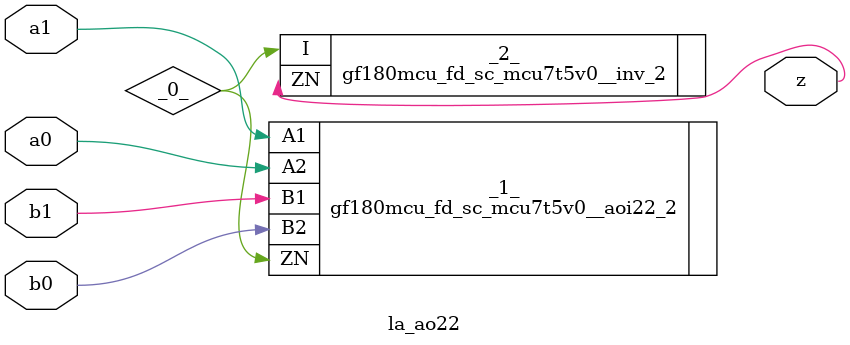
<source format=v>

/* Generated by Yosys 0.44 (git sha1 80ba43d26, g++ 11.4.0-1ubuntu1~22.04 -fPIC -O3) */

(* top =  1  *)
(* src = "generated" *)
(* keep_hierarchy *)
module la_ao22 (
    a0,
    a1,
    b0,
    b1,
    z
);
  wire _0_;
  (* src = "generated" *)
  input a0;
  wire a0;
  (* src = "generated" *)
  input a1;
  wire a1;
  (* src = "generated" *)
  input b0;
  wire b0;
  (* src = "generated" *)
  input b1;
  wire b1;
  (* src = "generated" *)
  output z;
  wire z;
  gf180mcu_fd_sc_mcu7t5v0__aoi22_2 _1_ (
      .A1(a1),
      .A2(a0),
      .B1(b1),
      .B2(b0),
      .ZN(_0_)
  );
  gf180mcu_fd_sc_mcu7t5v0__inv_2 _2_ (
      .I (_0_),
      .ZN(z)
  );
endmodule

</source>
